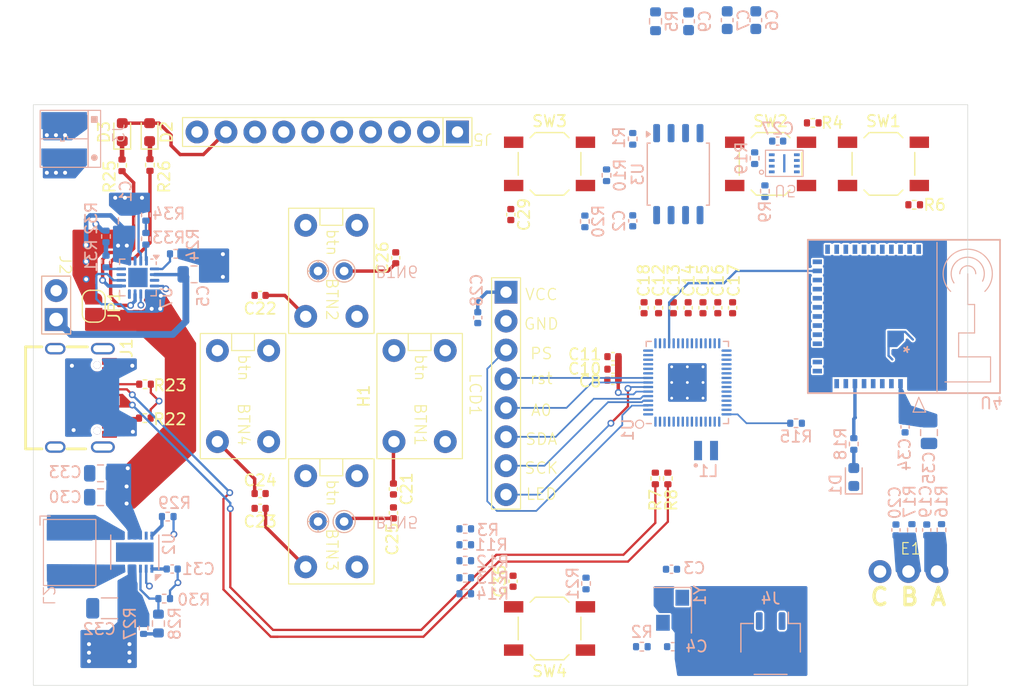
<source format=kicad_pcb>
(kicad_pcb (version 20240108) (generator "pcbnew") (generator_version "8.0")
  (title_block (title "VGC-0") (date "2025-08-17") (rev "REV1") (company "ChiliChip"))
  (layers (0 "F.Cu" signal) (1 "In1.Cu" signal) (2 "In2.Cu" signal) (31 "B.Cu" signal) (34 "B.Paste" user) (35 "F.Paste" user) (36 "B.SilkS" user "B.Silkscreen") (37 "F.SilkS" user "F.Silkscreen") (38 "B.Mask" user) (39 "F.Mask" user) (44 "Edge.Cuts" user))
  (net 0 "")
  (net 1 "GND")
  (net 2 "VBUS")
  (net 3 "/XIN")
  (net 4 "/XOUT")
  (net 5 "+3V3")
  (net 6 "+1V1")
  (net 7 "+BATT")
  (net 8 "/~{USB_BOOT}")
  (net 9 "ENC-A")
  (net 10 "ENC-B")
  (net 11 "BTN1")
  (net 12 "BTN2")
  (net 13 "/GPIO11")
  (net 14 "/GPIO10")
  (net 15 "/GPIO9")
  (net 16 "/GPIO8")
  (net 17 "BTN3")
  (net 18 "BTN4")
  (net 19 "BTN5")
  (net 20 "BTN6")
  (net 21 "BTN_ESC")
  (net 22 "VCC")
  (net 23 "Net-(D1-A)")
  (net 24 "/GPIO0")
  (net 25 "/GPIO29_ADC3")
  (net 26 "/GPIO28_ADC2")
  (net 27 "/GPIO27_ADC1")
  (net 28 "Net-(D2-K)")
  (net 29 "Net-(D3-K)")
  (net 30 "Net-(L2-Pad1)")
  (net 31 "Net-(L2-Pad2)")
  (net 32 "LCD_SDA")
  (net 33 "LCD_SCK")
  (net 34 "LCD_A0")
  (net 35 "LCD_LED")
  (net 36 "LCD_PUPPY_SELECT")
  (net 37 "LCD_RESET")
  (net 38 "Net-(U5-CE)")
  (net 39 "/RUN")
  (net 40 "/SWD")
  (net 41 "/SWCLK")
  (net 42 "/QSPI_SS")
  (net 43 "/QSPI_SD3")
  (net 44 "/QSPI_SCLK")
  (net 45 "/QSPI_SD0")
  (net 46 "/QSPI_SD2")
  (net 47 "/QSPI_SD1")
  (net 48 "/USB_D+")
  (net 49 "/USB_D-")
  (net 50 "Net-(C4-Pad1)")
  (net 51 "/VREG_LX")
  (net 52 "Net-(R4-Pad1)")
  (net 53 "/VREG_AVDD")
  (net 54 "Net-(U1-USB_DP)")
  (net 55 "Net-(U1-USB_DM)")
  (net 56 "/FLASH_SS")
  (net 57 "PUPPY_WIFI_EN")
  (net 58 "BTN_START")
  (net 59 "Net-(J1-CC2)")
  (net 60 "Net-(J1-CC1)")
  (net 61 "Net-(U7-TS)")
  (net 62 "Net-(U7-CHG)")
  (net 63 "Net-(U7-PGOOD)")
  (net 64 "Net-(R27-Pad2)")
  (net 65 "Net-(U2-FB)")
  (net 66 "Net-(U2-PGOOD)")
  (net 67 "Net-(U7-ILIM)")
  (net 68 "Net-(R31-Pad2)")
  (net 69 "Net-(R33-Pad2)")
  (net 70 "Net-(U7-ISET)")
  (net 71 "PUPPY_TX")
  (net 72 "PUPPY_WIFI_BOOT")
  (net 73 "PUPPY_RX")
  (net 74 "Audio")
  (net 75 "Net-(U2-VinA)")
  (footprint "Resistor_SMD:R_0402_1005Metric" (layer "F.Cu") (at 129.35 81.872103 90)
    (property "Reference" "R26")
    (property "Value" "5.1k")
  )
  (footprint "Capacitor_SMD:C_0402_1005Metric" (layer "F.Cu") (at 177.882544 94.407897 90)
    (property "Reference" "C15")
    (property "Value" "100n")
  )
  (footprint "Resistor_SMD:R_0402_1005Metric" (layer "F.Cu") (at 196.417456 85.362103)
    (property "Reference" "R6")
    (property "Value" "1k")
  )
  (footprint "Capacitor_SMD:C_0402_1005Metric" (layer "F.Cu") (at 175.282544 94.407897 90)
    (property "Reference" "C13")
    (property "Value" "100n")
  )
  (footprint "our-parts:2.54mm-10PIN" (layer "F.Cu") (at 143.637456 78.972103 -90)
    (property "Reference" "J5")
    (property "Value" "~")
  )
  (footprint "Capacitor_SMD:C_0402_1005Metric" (layer "F.Cu") (at 150.917456 90.022544 90)
    (property "Reference" "C26")
    (property "Value" "2.2u")
  )
  (footprint "Resistor_SMD:R_0402_1005Metric" (layer "F.Cu") (at 126.9 81.9 90)
    (property "Reference" "R25")
    (property "Value" "5.1k")
  )
  (footprint "our-parts:8x8-tht-button" (layer "F.Cu") (at 153.017456 102.164645 -90)
    (property "Reference" "BTN1")
    (property "Value" "~")
  )
  (footprint "Diode_SMD:D_0603_1608Metric" (layer "F.Cu") (at 129.317456 78.984603 90)
    (property "Reference" "D2")
    (property "Value" "LED")
  )
  (footprint "Capacitor_SMD:C_0402_1005Metric" (layer "F.Cu") (at 161.017456 86.222544 -90)
    (property "Reference" "C29")
    (property "Value" "2.2u")
  )
  (footprint "Capacitor_SMD:C_0402_1005Metric" (layer "F.Cu") (at 173.982544 94.407897 90)
    (property "Reference" "C12")
    (property "Value" "100n")
  )
  (footprint "Capacitor_SMD:C_0402_1005Metric" (layer "F.Cu") (at 139.017456 110.722544)
    (property "Reference" "C24")
    (property "Value" "2.2u")
  )
  (footprint "Resistor_SMD:R_0402_1005Metric" (layer "F.Cu") (at 128.917456 101.122544)
    (property "Reference" "R23")
    (property "Value" "5.1k")
  )
  (footprint "Capacitor_SMD:C_0402_1005Metric" (layer "F.Cu") (at 139.017456 93.322544 180)
    (property "Reference" "C22")
    (property "Value" "2.2u")
  )
  (footprint "Capacitor_SMD:C_0402_1005Metric" (layer "F.Cu") (at 161.217456 118.422544 90)
    (property "Reference" "C36")
    (property "Value" "2.2u")
  )
  (footprint "MountingHole:MountingHole_3mm" (layer "F.Cu") (at 145.017456 102.122544 -90)
    (property "Reference" "H1")
    (property "Value" "MountingHole-M3")
  )
  (footprint "Capacitor_SMD:C_0402_1005Metric" (layer "F.Cu") (at 150.717456 112.422544 90)
    (property "Reference" "C25")
    (property "Value" "2.2u")
  )
  (footprint "Capacitor_SMD:C_0402_1005Metric" (layer "F.Cu") (at 176.582544 94.407897 90)
    (property "Reference" "C14")
    (property "Value" "100n")
  )
  (footprint "Resistor_SMD:R_0402_1005Metric" (layer "F.Cu") (at 174.8 109.4 90)
    (property "Reference" "R8")
    (property "Value" "27")
  )
  (footprint "Capacitor_SMD:C_0402_1005Metric" (layer "F.Cu") (at 169.98 98.7 180)
    (property "Reference" "C11")
    (property "Value" "100n")
  )
  (footprint "our-parts:8x8-tht-button" (layer "F.Cu") (at 145.267456 91.164645 -90)
    (property "Reference" "BTN2")
    (property "Value" "~")
  )
  (footprint "Button_Switch_SMD:SW_SPST_TL3342" (layer "F.Cu") (at 183.817456 81.772103)
    (property "Reference" "SW2")
    (property "Value" "SW_Push")
  )
  (footprint "Button_Switch_SMD:SW_SPST_TL3342" (layer "F.Cu") (at 164.417456 81.772103)
    (property "Reference" "SW3")
    (property "Value" "SW_Push")
  )
  (footprint "Capacitor_SMD:C_0402_1005Metric" (layer "F.Cu") (at 139.017456 112.022544 180)
    (property "Reference" "C23")
    (property "Value" "2.2u")
  )
  (footprint "Diode_SMD:D_0603_1608Metric" (layer "F.Cu") (at 126.917456 78.984603 90)
    (property "Reference" "D3")
    (property "Value" "LED")
  )
  (footprint "Resistor_SMD:R_0402_1005Metric" (layer "F.Cu") (at 187.517456 78.172103)
    (property "Reference" "R4")
    (property "Value" "1k")
  )
  (footprint "Resistor_SMD:R_0402_1005Metric" (layer "F.Cu") (at 173.7 109.4 90)
    (property "Reference" "R7")
    (property "Value" "27")
  )
  (footprint "Capacitor_SMD:C_0402_1005Metric" (layer "F.Cu") (at 169.967456 100.772544 180)
    (property "Reference" "C8")
    (property "Value" "100n")
  )
  (footprint "our-parts:mouse-encoder" (layer "F.Cu") (at 195.917456 117.572103)
    (property "Reference" "E1")
    (property "Value" "~")
  )
  (footprint "Jumper:SolderJumper-2_P1.3mm_Open_RoundedPad1.0x1.5mm" (layer "F.Cu") (at 124.417456 94.272103 -90)
    (property "Reference" "JP1")
    (property "Value" "BYPASS_BATTERY")
  )
  (footprint "our-parts:8x8-tht-button" (layer "F.Cu") (at 145.267456 113.164645 -90)
    (property "Reference" "BTN3")
    (property "Value" "~")
  )
  (footprint "our-parts:USB-TYPE-C-SMD_C9900008089" (layer "F.Cu") (at 123.417456 102.322544 -90)
    (property "Reference" "J1")
    (property "Value" "USB-TYPE-C-017")
  )
  (footprint "our-parts:THT-SPI-LCD" (layer "F.Cu") (at 160.6 102 -90)
    (property "Reference" "LCD1")
    (property "Value" "~")
  )
  (footprint "Capacitor_SMD:C_0402_1005Metric" (layer "F.Cu") (at 169.98 99.8 180)
    (property "Reference" "C10")
    (property "Value" "4.7u")
  )
  (footprint "Capacitor_SMD:C_0402_1005Metric" (layer "F.Cu") (at 172.712544 94.407897 90)
    (property "Reference" "C18")
    (property "Value" "100n")
  )
  (footprint "Resistor_SMD:R_0402_1005Metric" (layer "F.Cu") (at 128.9 104.1)
    (property "Reference" "R22")
    (property "Value" "5.1k")
  )
  (footprint "our-parts:8x8-tht-button" (layer "F.Cu") (at 137.517456 102.164645 -90)
    (property "Reference" "BTN4")
    (property "Value" "~")
  )
  (footprint "Button_Switch_SMD:SW_SPST_TL3342" (layer "F.Cu") (at 164.417456 122.572103 180)
    (property "Reference" "SW4")
    (property "Value" "SW_Push")
  )
  (footprint "Button_Switch_SMD:SW_SPST_TL3342" (layer "F.Cu") (at 193.717456 81.772103)
    (property "Reference" "SW1")
    (property "Value" "SW_Push")
  )
  (footprint "Capacitor_SMD:C_0402_1005Metric" (layer "F.Cu") (at 180.482544 94.407897 90)
    (property "Reference" "C17")
    (property "Value" "100n")
  )
  (footprint "Capacitor_SMD:C_0402_1005Metric" (layer "F.Cu") (at 179.182544 94.407897 90)
    (property "Reference" "C16")
    (property "Value" "100n")
  )
  (footprint "Capacitor_SMD:C_0402_1005Metric" (layer "F.Cu") (at 150.717456 110.322544 -90)
    (property "Reference" "C21")
    (property "Value" "2.2u")
  )
  (footprint "our-parts:2.54mm-2PIN" (layer "F.Cu") (at 121.117456 94.172103 90)
    (property "Reference" "J2")
    (property "Value" "THT pins for BATTERY")
  )
  (footprint "Capacitor_SMD:C_0402_1005Metric" (layer "B.Cu") (at 171.717456 86.772103 -90)
    (property "Reference" "C2")
    (property "Value" "100n")
  )
  (footprint "Capacitor_SMD:C_0402_1005Metric" (layer "B.Cu") (at 175.217456 124.172103)
    (property "Reference" "C4")
    (property "Value" "15p")
  )
  (footprint "Resistor_SMD:R_0402_1005Metric" (layer "B.Cu") (at 196.217456 113.922544 -90)
    (property "Reference" "R17")
    (property "Value" "12k")
  )
  (footprint "Capacitor_SMD:C_0805_2012Metric" (layer "B.Cu") (at 197.717456 105.372103 -90)
    (property "Reference" "C35")
    (property "Value" "10u")
  )
  (footprint "Capacitor_SMD:C_0805_2012Metric" (layer "B.Cu") (at 125.009956 111.047105)
    (property "Reference" "C30")
    (property "Value" "10u")
  )
  (footprint "Resistor_SMD:R_0603_1608Metric" (layer "B.Cu") (at 130.0925 122.14 90)
    (property "Reference" "R28")
    (property "Value" "120kR")
  )
  (footprint "Resistor_SMD:R_0402_1005Metric" (layer "B.Cu") (at 157.017456 115.222544 180)
    (property "Reference" "R11")
    (property "Value" "10k")
  )
  (footprint "Capacitor_SMD:C_0402_1005Metric" (layer "B.Cu") (at 175.117456 117.372101 180)
    (property "Reference" "C3")
    (property "Value" "15p")
  )
  (footprint "Resistor_SMD:R_0402_1005Metric" (layer "B.Cu") (at 157.017456 119.522544 180)
    (property "Reference" "R14")
    (property "Value" "10k")
  )
  (footprint "Resistor_SMD:R_0402_1005Metric" (layer "B.Cu") (at 125.492456 90.347103 90)
    (property "Reference" "R31")
    (property "Value" "200R")
  )
  (footprint "Resistor_SMD:R_0402_1005Metric" (layer "B.Cu") (at 198.817456 113.922544 -90)
    (property "Reference" "R16")
    (property "Value" "12k")
  )
  (footprint "Capacitor_SMD:C_0805_2012Metric" (layer "B.Cu") (at 127.317456 86.772103 90)
    (property "Reference" "C1")
    (property "Value" "10u")
  )
  (footprint "Package_SO:SOIC-8_5.23x5.23mm_P1.27mm" (layer "B.Cu") (at 175.717456 82.672103 -90)
    (property "Reference" "U3")
    (property "Value" "W25Q128JVS")
  )
  (footprint "Resistor_SMD:R_0402_1005Metric" (layer "B.Cu") (at 172.517456 124.172103)
    (property "Reference" "R2")
    (property "Value" "1k")
  )
  (footprint "our-parts:SMD-inductor-4mm9_4mm9" (layer "B.Cu") (at 122.3 115.9 -90)
    (property "Reference" "L2")
    (property "Value" "2.2uH")
  )
  (footprint "Resistor_SMD:R_0402_1005Metric" (layer "B.Cu") (at 125.492456 88.147103 90)
    (property "Reference" "R32")
    (property "Value" "1k")
  )
  (footprint "our-parts:THT-button_2pin" (layer "B.Cu") (at 145.246144 91.185959)
    (property "Reference" "BTN6")
    (property "Value" "~")
  )
  (footprint "Capacitor_SMD:C_0603_1608Metric" (layer "B.Cu") (at 182.517456 69.147544 90)
    (property "Reference" "C6")
    (property "Value" "4.7u")
  )
  (footprint "Resistor_SMD:R_0402_1005Metric" (layer "B.Cu") (at 130.909956 112.747105 180)
    (property "Reference" "R29")
    (property "Value" "1MR")
  )
  (footprint "Resistor_SMD:R_0402_1005Metric" (layer "B.Cu") (at 171.717456 79.572103 90)
    (property "Reference" "R1")
    (property "Value" "10k")
  )
  (footprint "Resistor_SMD:R_0402_1005Metric" (layer "B.Cu") (at 167.517456 86.822544 90)
    (property "Reference" "R20")
    (property "Value" "10k")
  )
  (footprint "Capacitor_SMD:C_0805_2012Metric" (layer "B.Cu") (at 125.009956 108.947105)
    (property "Reference" "C33")
    (property "Value" "10u")
  )
  (footprint "Resistor_SMD:R_0402_1005Metric" (layer "B.Cu") (at 128.992456 88.347103 90)
    (property "Reference" "R33")
    (property "Value" "200R")
  )
  (footprint "Capacitor_SMD:C_0402_1005Metric" (layer "B.Cu") (at 197.517456 113.922544 90)
    (property "Reference" "C19")
    (property "Value" "2.2u")
  )
  (footprint "our-parts:SMD-solder-pad-2x" (layer "B.Cu") (at 121.817456 79.572103 -90)
    (property "Reference" "J3")
    (property "Value" "SMD pads for 3.3V")
  )
  (footprint "Diode_SMD:D_0603_1608Metric" (layer "B.Cu") (at 191.117456 109.272103 90)
    (property "Reference" "D1")
    (property "Value" "LED")
  )
  (footprint "Resistor_SMD:R_0402_1005Metric" (layer "B.Cu") (at 157.017456 118.122544 180)
    (property "Reference" "R13")
    (property "Value" "10k")
  )
  (footprint "Resistor_SMD:R_0402_1005Metric" (layer "B.Cu") (at 169.417456 82.772103 90)
    (property "Reference" "R10")
    (property "Value" "0")
  )
  (footprint "Resistor_SMD:R_0402_1005Metric" (layer "B.Cu") (at 182.417456 81.272103 -90)
    (property "Reference" "R19")
    (property "Value" "10k")
  )
  (footprint "Resistor_SMD:R_0402_1005Metric" (layer "B.Cu") (at 167.617456 118.622544 -90)
    (property "Reference" "R21")
    (property "Value" "10k")
  )
  (footprint "Capacitor_SMD:C_0603_1608Metric" (layer "B.Cu") (at 180.007456 69.147544 90)
    (property "Reference" "C7")
    (property "Value" "4.7u")
  )
  (footprint "Capacitor_SMD:C_0402_1005Metric" (layer "B.Cu") (at 131.3 117.35 180)
    (property "Reference" "C31")
    (property "Value" "100n")
  )
  (footprint "Capacitor_SMD:C_0402_1005Metric" (layer "B.Cu") (at 194.817456 113.922544 90)
    (property "Reference" "C20")
    (property "Value" "2.2u")
  )
  (footprint "Capacitor_SMD:C_0805_2012Metric" (layer "B.Cu") (at 133.217456 91.472103)
    (property "Reference" "C5")
    (property "Value" "10u")
  )
  (footprint "Resistor_SMD:R_0402_1005Metric" (layer "B.Cu") (at 130.6 119.95)
    (property "Reference" "R30")
    (property "Value" "200kR")
  )
  (footprint "our-parts:THT-button_2pin" (layer "B.Cu") (at 145.246142 113.185959)
    (property "Reference" "BTN5")
    (property "Value" "~")
  )
  (footprint "Capacitor_SMD:C_0603_1608Metric" (layer "B.Cu") (at 176.617456 69.247544 90)
    (property "Reference" "C9")
    (property "Value" "4.7u")
  )
  (footprint "Resistor_SMD:R_0402_1005Metric" (layer "B.Cu") (at 131.617456 89.672103)
    (property "Reference" "R24")
    (property "Value" "10k")
  )
  (footprint "Resistor_SMD:R_0603_1608Metric" (layer "B.Cu") (at 173.717456 69.247544 90)
    (property "Reference" "R5")
    (property "Value" "33")
  )
  (footprint "RP2350_60QFN_minimal:RP2350-QFN-60-1EP_7x7_P0.4mm_EP3.4x3.4mm_ThermalVias" (layer "B.Cu") (at 176.510149 100.969998)
    (property "Reference" "U1")
    (property "Value" "RP2350_60QFN")
  )
  (footprint "Connector_JST:JST_SH_SM03B-SRSS-TB_1x03-1MP_P1.00mm_Horizontal" (layer "B.Cu") (at 183.817456 123.922544 180)
    (property "Reference" "J4")
    (property "Value" "SM03B-SRSS-TB")
  )
  (footprint "our-parts:ESP8684-MINI-1" (layer "B.Cu") (at 195.517456 95.172102 90)
    (property "Reference" "U4")
    (property "Value" "ESP8684-MINI-1")
  )
  (footprint "RP2350_60QFN_minimal:L_pol_2016" (layer "B.Cu") (at 178.15 106.95)
    (property "Reference" "L1")
    (property "Value" "3.3u")
  )
  (footprint "Resistor_SMD:R_0402_1005Metric" (layer "B.Cu") (at 157.017456 113.822544 180)
    (property "Reference" "R3")
    (property "Value" "10k")
  )
  (footprint "Capacitor_SMD:C_1206_3216Metric" (layer "B.Cu") (at 125.8 120.8 180)
    (property "Reference" "C32")
    (property "Value" "100uF")
  )
  (footprint "Resistor_SMD:R_0402_1005Metric" (layer "B.Cu") (at 186.05 104.55)
    (property "Reference" "R15")
    (property "Value" "10k")
  )
  (footprint "Capacitor_SMD:C_0402_1005Metric" (layer "B.Cu") (at 158.117456 95.272103 90)
    (property "Reference" "C28")
    (property "Value" "100n")
  )
  (footprint "Resistor_SMD:R_0402_1005Metric" (layer "B.Cu") (at 183.317456 84.172103 90)
    (property "Reference" "R9")
    (property "Value" "0")
  )
  (footprint "Resistor_SMD:R_0402_1005Metric" (layer "B.Cu") (at 191.117456 106.372103 -90)
    (property "Reference" "R18")
    (property "Value" "2.2k")
  )
  (footprint "our-parts:USON-8" (layer "B.Cu") (at 185.017456 81.722103)
    (property "Reference" "U5")
    (property "Value" "APS1604M-3SQR-ZR")
  )
  (footprint "Crystal:Crystal_SMD_3225-4Pin_3.2x2.5mm" (layer "B.Cu") (at 175.217456 120.972103 -90)
    (property "Reference" "Y1")
    (property "Value" "ABM8-272-T3")
  )
  (footprint "Resistor_SMD:R_0402_1005Metric" (layer "B.Cu") (at 128.7925 122.54 -90)
    (property "Reference" "R27")
    (property "Value" "1MR")
  )
  (footprint "Package_DFN_QFN:QFN-16-1EP_3x3mm_P0.5mm_EP1.7x1.7mm" (layer "B.Cu") (at 128.292456 91.747103 180)
    (property "Reference" "U7")
    (property "Value" "BQ24073RGTR")
  )
  (footprint "Package_DFN_QFN:DFN-14-1EP_3x4mm_P0.5mm_EP1.7x3.3mm" (layer "B.Cu") (at 128.017456 115.872103 90)
    (property "Reference" "U2")
    (property "Value" "RT6154A")
  )
  (footprint "Capacitor_SMD:C_0402_1005Metric" (layer "B.Cu") (at 195.617456 104.872103 -90)
    (property "Reference" "C34")
    (property "Value" "100n")
  )
  (footprint "Resistor_SMD:R_0402_1005Metric" (layer "B.Cu") (at 157.017456 116.622544 180)
    (property "Reference" "R12")
    (property "Value" "10k")
  )
  (footprint "Resistor_SMD:R_0402_1005Metric" (layer "B.Cu") (at 128.992456 86.247103 90)
    (property "Reference" "R34")
    (property "Value" "1k")
  )
  (footprint "Capacitor_SMD:C_0402_1005Metric" (layer "B.Cu") (at 184.437456 79.772103)
    (property "Reference" "C27")
    (property "Value" "100n")
  )
  (gr_rect (start 119.117456 76.572103) (end 201.117456 127.572103) (stroke (width 0.05)) (fill none) (layer "Edge.Cuts"))
  (segment (start 194.5 98.95) (end 194.167456 98.617456) (width 0.2) (layer "B.Cu") (net 0))
  (segment (start 194.167456 96.522102) (end 195.622102 96.522102) (width 0.2) (layer "B.Cu") (net 0))
  (segment (start 195.622102 96.522102) (end 196.3 97.2) (width 0.2) (layer "B.Cu") (net 0))
  (segment (start 194.167456 98.617456) (end 194.167456 96.522102) (width 0.2) (layer "B.Cu") (net 0))
  (segment (start 130.15 102.6) (end 129.427456 101.877456) (width 0.2) (layer "F.Cu") (net 1))
  (segment (start 129.41 103.34) (end 129.41 104.1) (width 0.2) (layer "F.Cu") (net 1))
  (segment (start 130.15 102.6) (end 129.41 103.34) (width 0.2) (layer "F.Cu") (net 1))
  (segment (start 129.427456 101.877456) (end 129.427456 101.122544) (width 0.2) (layer "F.Cu") (net 1))
  (via (at 129.3 118.85) (size 0.6) (drill 0.35) (layers "F.Cu" "B.Cu") (net 1))
  (via (at 120.3 82.55) (size 0.6) (drill 0.35) (layers "F.Cu" "B.Cu") (net 1))
  (via (at 121.1 82.55) (size 0.6) (drill 0.35) (layers "F.Cu" "B.Cu") (net 1))
  (via (at 135.75 89.7) (size 0.6) (drill 0.35) (layers "F.Cu" "B.Cu") (net 1))
  (via (at 130.74113 92.743446) (size 0.6) (drill 0.35) (layers "F.Cu" "B.Cu") (net 1))
  (via (at 124.6 87.05) (size 0.6) (drill 0.35) (layers "F.Cu" "B.Cu") (net 1))
  (via (at 128.65 84.75) (size 0.6) (drill 0.35) (layers "F.Cu" "B.Cu") (net 1))
  (via (at 128.550843 94.172103) (size 0.6) (drill 0.35) (layers "F.Cu" "B.Cu") (net 1))
  (via (at 127.15 84.75) (size 0.6) (drill 0.35) (layers "F.Cu" "B.Cu") (net 1))
  (via (at 130.15 102.6) (size 0.6) (drill 0.35) (layers "F.Cu" "B.Cu") (net 1))
  (via (at 126.3 84.75) (size 0.6) (drill 0.35) (layers "F.Cu" "B.Cu") (net 1))
  (via (at 121.9 82.55) (size 0.6) (drill 0.35) (layers "F.Cu" "B.Cu") (net 1))
  (via (at 131.8 118.55) (size 0.6) (drill 0.35) (layers "F.Cu" "B.Cu") (net 1))
  (via (at 135.75 91.7) (size 0.6) (drill 0.35) (layers "F.Cu" "B.Cu") (net 1))
  (segment (start 131.78 117.35) (end 131.78 118.53) (width 0.2) (layer "B.Cu") (net 1))
  (segment (start 125.492456 87.637103) (end 125.187103 87.637103) (width 0.4) (layer "B.Cu") (net 1))
  (segment (start 127.317456 85.822103) (end 126.922103 85.822103) (width 0.4) (layer "B.Cu") (net 1))
  (segment (start 128.907456 85.822103) (end 128.992456 85.737103) (width 0.4) (layer "B.Cu") (net 1))
  (segment (start 131.78 118.53) (end 131.8 118.55) (width 0.2) (layer "B.Cu") (net 1))
  (segment (start 128.542456 89.642456) (end 128.35 89.45) (width 0.2) (layer "B.Cu") (net 1))
  (segment (start 128.35 89.45) (end 128.35 85.05) (width 0.2) (layer "B.Cu") (net 1))
  (segment (start 130.494787 92.497103) (end 129.754956 92.497103) (width 0.2) (layer "B.Cu") (net 1))
  (segment (start 128.542456 90.284603) (end 128.542456 89.642456) (width 0.2) (layer "B.Cu") (net 1))
  (segment (start 130.74113 92.743446) (end 130.494787 92.497103) (width 0.2) (layer "B.Cu") (net 1))
  (segment (start 128.542456 93.209603) (end 128.542456 94.163716) (width 0.2) (layer "B.Cu") (net 1))
  (segment (start 129.017456 117.322103) (end 129.017456 118.567456) (width 0.2) (layer "B.Cu") (net 1))
  (segment (start 128.35 85.05) (end 128.65 84.75) (width 0.2) (layer "B.Cu") (net 1))
  (segment (start 129.017456 118.567456) (end 129.3 118.85) (width 0.2) (layer "B.Cu") (net 1))
  (segment (start 125.187103 87.637103) (end 124.6 87.05) (width 0.4) (layer "B.Cu") (net 1))
  (segment (start 131.11 119.24) (end 131.8 118.55) (width 0.2) (layer "B.Cu") (net 1))
  (segment (start 131.11 119.95) (end 131.11 119.24) (width 0.2) (layer "B.Cu") (net 1))
  (segment (start 128.542456 94.163716) (end 128.550843 94.172103) (width 0.2) (layer "B.Cu") (net 1))
  (segment (start 124.417456 93.622103) (end 124.1 93.304647) (width 0.4) (layer "F.Cu") (net 2))
  (segment (start 123.95 100.75) (end 123.95 103.9) (width 0.2) (layer "F.Cu") (net 2))
  (segment (start 124.592456 100.107544) (end 123.95 100.75) (width 0.2) (layer "F.Cu") (net 2))
  (segment (start 127.377456 99.922544) (end 127.8 99.5) (width 0.3) (layer "F.Cu") (net 2))
  (segment (start 125.797456 99.922544) (end 127.377456 99.922544) (width 0.3) (layer "F.Cu") (net 2))
  (segment (start 123.95 103.9) (end 124.587544 104.537544) (width 0.2) (layer "F.Cu") (net 2))
  (segment (start 125.612456 100.107544) (end 124.592456 100.107544) (width 0.2) (layer "F.Cu") (net 2))
  (segment (start 127.272544 104.722544) (end 127.85 105.3) (width 0.3) (layer "F.Cu") (net 2))
  (segment (start 124.587544 104.537544) (end 124.99705 104.537544) (width 0.2) (layer "F.Cu") (net 2))
  (segment (start 125.18205 104.722544) (end 125.797456 104.722544) (width 0.2) (layer "F.Cu") (net 2))
  (segment (start 125.797456 104.722544) (end 127.272544 104.722544) (width 0.3) (layer "F.Cu") (net 2))
  (segment (start 124.99705 104.537544) (end 125.18205 104.722544) (width 0.2) (layer "F.Cu") (net 2))
  (segment (start 125.797456 99.922544) (end 125.612456 100.107544) (width 0.2) (layer "F.Cu") (net 2))
  (via (at 123.75 90.35) (size 0.6) (drill 0.35) (layers "F.Cu" "B.Cu") (net 2))
  (via (at 127.317456 88.95) (size 0.6) (drill 0.35) (layers "F.Cu" "B.Cu") (net 2))
  (via (at 122.65 105.15) (size 0.6) (drill 0.35) (layers "F.Cu" "B.Cu") (net 2))
  (via (at 127.8 99.5) (size 0.6) (drill 0.35) (layers "F.Cu" "B.Cu") (net 2))
  (via (at 122.5 99.5) (size 0.6) (drill 0.35) (layers "F.Cu" "B.Cu") (net 2))
  (via (at 123.75 91.9) (size 0.6) (drill 0.35) (layers "F.Cu" "B.Cu") (net 2))
  (via (at 127.85 105.3) (size 0.6) (drill 0.35) (layers "F.Cu" "B.Cu") (net 2))
  (via (at 126.55 88.95) (size 0.6) (drill 0.35) (layers "F.Cu" "B.Cu") (net 2))
  (via (at 123.75 88.9) (size 0.6) (drill 0.35) (layers "F.Cu" "B.Cu") (net 2))
  (segment (start 127.317456 87.722103) (end 127.317456 88.95) (width 0.4) (layer "B.Cu") (net 2))
  (segment (start 127.317456 88.95) (end 127.317456 90.059603) (width 0.4) (layer "B.Cu") (net 2))
  (segment (start 124.1 86.3) (end 125.895353 86.3) (width 0.4) (layer "B.Cu") (net 2))
  (segment (start 127.317456 90.059603) (end 127.542456 90.284603) (width 0.3) (layer "B.Cu") (net 2))
  (segment (start 123.75 88.9) (end 123.75 86.65) (width 0.4) (layer "B.Cu") (net 2))
  (segment (start 123.75 86.65) (end 124.1 86.3) (width 0.4) (layer "B.Cu") (net 2))
  (segment (start 127.8 105.25) (end 127.85 105.3) (width 0.3) (layer "B.Cu") (net 2))
  (segment (start 125.895353 86.3) (end 127.317456 87.722103) (width 0.4) (layer "B.Cu") (net 2))
  (via (at 121.9 79.25) (size 0.6) (drill 0.35) (layers "F.Cu" "B.Cu") (net 5))
  (via (at 124 123.95) (size 0.6) (drill 0.35) (layers "F.Cu" "B.Cu") (net 5))
  (via (at 127.55 123.95) (size 0.6) (drill 0.35) (layers "F.Cu" "B.Cu") (net 5))
  (via (at 124 125.45) (size 0.6) (drill 0.35) (layers "F.Cu" "B.Cu") (net 5))
  (via (at 131.45 114.3) (size 0.6) (drill 0.35) (layers "F.Cu" "B.Cu") (net 5))
  (via (at 127.55 124.7) (size 0.6) (drill 0.35) (layers "F.Cu" "B.Cu") (net 5))
  (via (at 127.55 125.45) (size 0.6) (drill 0.35) (layers "F.Cu" "B.Cu") (net 5))
  (via (at 121.1 79.25) (size 0.6) (drill 0.35) (layers "F.Cu" "B.Cu") (net 5))
  (via (at 120.3 79.25) (size 0.6) (drill 0.35) (layers "F.Cu" "B.Cu") (net 5))
  (via (at 124 124.7) (size 0.6) (drill 0.35) (layers "F.Cu" "B.Cu") (net 5))
  (segment (start 158.117456 93.832544) (end 158.91 93.04) (width 0.3) (layer "B.Cu") (net 5))
  (segment (start 181.7 104.55) (end 180.919998 103.769998) (width 0.15) (layer "B.Cu") (net 5))
  (segment (start 195.217456 103.992103) (end 195.217456 101.0721) (width 0.3) (layer "B.Cu") (net 5))
  (segment (start 185.54 104.55) (end 181.7 104.55) (width 0.15) (layer "B.Cu") (net 5))
  (segment (start 158.91 93.04) (end 160.6 93.04) (width 0.3) (layer "B.Cu") (net 5))
  (segment (start 121.817456 77.972103) (end 121.577897 77.972103) (width 0.2) (layer "B.Cu") (net 5))
  (segment (start 131.419956 112.747105) (end 131.419956 114.269956) (width 0.2) (layer "B.Cu") (net 5))
  (segment (start 197.717456 104.422103) (end 195.647456 104.422103) (width 0.3) (layer "B.Cu") (net 5))
  (segment (start 195.647456 104.422103) (end 195.617456 104.392103) (width 0.3) (layer "B.Cu") (net 5))
  (segment (start 158.117456 94.792103) (end 158.117456 93.832544) (width 0.3) (layer "B.Cu") (net 5))
  (segment (start 195.617456 104.392103) (end 195.217456 103.992103) (width 0.3) (layer "B.Cu") (net 5))
  (segment (start 180.919998 103.769998) (end 179.947649 103.769998) (width 0.15) (layer "B.Cu") (net 5))
  (segment (start 131.419956 114.269956) (end 131.45 114.3) (width 0.2) (layer "B.Cu") (net 5))
  (segment (start 170.46 98.7) (end 170.46 100.76) (width 0.6) (layer "F.Cu") (net 6))
  (segment (start 170.45 100.775088) (end 170.447456 100.772544) (width 0.15) (layer "F.Cu") (net 6))
  (segment (start 170.447456 100.772544) (end 170.447456 101.847456) (width 0.3) (layer "F.Cu") (net 6))
  (segment (start 170.447456 101.847456) (end 170.45 101.85) (width 0.15) (layer "F.Cu") (net 6))
  (via (at 170.45 101.85) (size 0.6) (drill 0.35) (layers "F.Cu" "B.Cu") (net 6))
  (segment (start 171.85 101.95) (end 171.780002 102.019998) (width 0.15) (layer "B.Cu") (net 6))
  (segment (start 173.072649 101.769998) (end 172.030002 101.769998) (width 0.15) (layer "B.Cu") (net 6))
  (segment (start 172.030002 101.769998) (end 171.85 101.95) (width 0.15) (layer "B.Cu") (net 6))
  (segment (start 170.619998 102.019998) (end 170.45 101.85) (width 0.15) (layer "B.Cu") (net 6))
  (segment (start 171.780002 102.019998) (end 170.619998 102.019998) (width 0.15) (layer "B.Cu") (net 6))
  (segment (start 132.5 95.6) (end 131.35 96.75) (width 0.6) (layer "B.Cu") (net 7))
  (segment (start 132.242456 91.497103) (end 132.267456 91.472103) (width 0.2) (layer "B.Cu") (net 7))
  (segment (start 131.35 96.75) (end 122.425353 96.75) (width 0.6) (layer "B.Cu") (net 7))
  (segment (start 132.267456 91.472103) (end 132.5 91.704647) (width 0.6) (layer "B.Cu") (net 7))
  (segment (start 129.754956 91.497103) (end 132.242456 91.497103) (width 0.3) (layer "B.Cu") (net 7))
  (segment (start 122.425353 96.75) (end 121.117456 95.442103) (width 0.6) (layer "B.Cu") (net 7))
  (segment (start 132.5 91.704647) (end 132.5 95.6) (width 0.6) (layer "B.Cu") (net 7))
  (segment (start 197.517456 114.402544) (end 197.517456 116.672103) (width 0.3) (layer "B.Cu") (net 9))
  (segment (start 197.547456 114.432544) (end 197.517456 114.402544) (width 0.3) (layer "B.Cu") (net 9))
  (segment (start 197.517456 116.672103) (end 198.417456 117.572103) (width 0.3) (layer "B.Cu") (net 9))
  (segment (start 198.817456 114.432544) (end 197.547456 114.432544) (width 0.3) (layer "B.Cu") (net 9))
  (segment (start 196.217456 117.272103) (end 195.917456 117.572103) (width 0.3) (layer "B.Cu") (net 10))
  (segment (start 194.817456 114.402544) (end 196.187456 114.402544) (width 0.3) (layer "B.Cu") (net 10))
  (segment (start 196.187456 114.402544) (end 196.217456 114.432544) (width 0.3) (layer "B.Cu") (net 10))
  (segment (start 196.217456 114.432544) (end 196.217456 117.272103) (width 0.3) (layer "B.Cu") (net 10))
  (segment (start 150.717456 109.842544) (end 150.717456 106.214645) (width 0.3) (layer "F.Cu") (net 11))
  (segment (start 150.717456 106.214645) (end 150.767456 106.164645) (width 0.3) (layer "F.Cu") (net 11))
  (segment (start 139.497456 93.322544) (end 141.175355 93.322544) (width 0.3) (layer "F.Cu") (net 12))
  (segment (start 141.175355 93.322544) (end 143.017456 95.164645) (width 0.3) (layer "F.Cu") (net 12))
  (segment (start 139.497456 112.022544) (end 139.497456 113.644645) (width 0.3) (layer "F.Cu") (net 17))
  (segment (start 139.497456 113.644645) (end 143.017456 117.164645) (width 0.3) (layer "F.Cu") (net 17))
  (segment (start 138.537456 109.434645) (end 135.267456 106.164645) (width 0.3) (layer "F.Cu") (net 18))
  (segment (start 138.537456 110.722544) (end 138.537456 109.434645) (width 0.3) (layer "F.Cu") (net 18))
  (segment (start 146.672557 112.902544) (end 146.389142 113.185959) (width 0.3) (layer "F.Cu") (net 19))
  (segment (start 150.717456 112.902544) (end 146.672557 112.902544) (width 0.3) (layer "F.Cu") (net 19))
  (segment (start 150.234041 91.185959) (end 150.917456 90.502544) (width 0.3) (layer "F.Cu") (net 20))
  (segment (start 146.389144 91.185959) (end 150.234041 91.185959) (width 0.3) (layer "F.Cu") (net 20))
  (segment (start 129.5 94.5) (end 129.5 94.75) (width 0.6) (layer "F.Cu") (net 22))
  (segment (start 130.147103 78.197103) (end 131.2 79.25) (width 0.3) (layer "F.Cu") (net 22))
  (segment (start 132 80.95) (end 134.039559 80.95) (width 0.3) (layer "F.Cu") (net 22))
  (segment (start 130.25 94.5) (end 129.5 94.5) (width 0.6) (layer "F.Cu") (net 22))
  (segment (start 129.5 94.75) (end 129.327897 94.922103) (width 0.6) (layer "F.Cu") (net 22))
  (segment (start 131.2 80.15) (end 132 80.95) (width 0.3) (layer "F.Cu") (net 22))
  (segment (start 128.527897 94.922103) (end 131.9 98.294206) (width 0.6) (layer "F.Cu") (net 22))
  (segment (start 129.327897 94.922103) (end 128.527897 94.922103) (width 0.6) (layer "F.Cu") (net 22))
  (segment (start 131.2 79.25) (end 131.2 80.15) (width 0.3) (layer "F.Cu") (net 22))
  (segment (start 129.317456 78.197103) (end 130.147103 78.197103) (width 0.3) (layer "F.Cu") (net 22))
  (segment (start 131.9 99.6) (end 131.9 104) (width 0.6) (layer "F.Cu") (net 22))
  (segment (start 134.039559 80.95) (end 136.017456 78.972103) (width 0.3) (layer "F.Cu") (net 22))
  (segment (start 131.9 104) (end 127.4 108.5) (width 0.6) (layer "F.Cu") (net 22))
  (segment (start 124.417456 94.922103) (end 128.527897 94.922103) (width 0.6) (layer "F.Cu") (net 22))
  (segment (start 131.9 98.294206) (end 131.9 99.6) (width 0.6) (layer "F.Cu") (net 22))
  (segment (start 126.917456 78.197103) (end 129.317456 78.197103) (width 0.3) (layer "F.Cu") (net 22))
  (via (at 127.4 108.5) (size 0.6) (drill 0.35) (layers "F.Cu" "B.Cu") (net 22))
  (via (at 129.5 94.5) (size 0.6) (drill 0.35) (layers "F.Cu" "B.Cu") (net 22))
  (via (at 127.3 110.1) (size 0.6) (drill 0.35) (layers "F.Cu" "B.Cu") (net 22))
  (via (at 130.3 93.35) (size 0.6) (drill 0.35) (layers "F.Cu" "B.Cu") (net 22))
  (via (at 130.25 94.5) (size 0.6) (drill 0.35) (layers "F.Cu" "B.Cu") (net 22))
  (via (at 127.3 111.6) (size 0.6) (drill 0.35) (layers "F.Cu" "B.Cu") (net 22))
  (segment (start 125.107897 94.1) (end 124.643348 93.635451) (width 0.2) (layer "B.Cu") (net 22))
  (segment (start 124.756652 91.443348) (end 125.593348 91.443348) (width 0.2) (layer "B.Cu") (net 22))
  (segment (start 125.959956 108.947105) (end 125.959956 111.047105) (width 0.3) (layer "B.Cu") (net 22))
  (segment (start 125.593348 91.443348) (end 126.147103 91.997103) (width 0.2) (layer "B.Cu") (net 22))
  (segment (start 127.422182 94.75) (end 126.772182 94.1) (width 0.2) (layer "B.Cu") (net 22))
  (segment (start 130.25 94.5) (end 130 94.75) (width 0.2) (layer "B.Cu") (net 22))
  (segment (start 126.772182 94.1) (end 125.107897 94.1) (width 0.2) (layer "B.Cu") (net 22))
  (segment (start 130 94.75) (end 127.422182 94.75) (width 0.2) (layer "B.Cu") (net 22))
  (segment (start 124.643348 91.556652) (end 124.756652 91.443348) (width 0.2) (layer "B.Cu") (net 22))
  (segment (start 126.147103 91.997103) (end 126.829956 91.997103) (width 0.2) (layer "B.Cu") (net 22))
  (segment (start 124.643348 93.635451) (end 124.643348 91.556652) (width 0.2) (layer "B.Cu") (net 22))
  (segment (start 191.117456 106.882103) (end 191.117456 108.484603) (width 0.3) (layer "B.Cu") (net 23))
  (segment (start 129.35 79.804647) (end 129.317456 79.772103) (width 0.4) (layer "F.Cu") (net 28))
  (segment (start 129.35 81.362103) (end 129.35 79.804647) (width 0.4) (layer "F.Cu") (net 28))
  (segment (start 126.9 79.789559) (end 126.917456 79.772103) (width 0.4) (layer "F.Cu") (net 29))
  (segment (start 126.9 81.39) (end 126.9 79.789559) (width 0.4) (layer "F.Cu") (net 29))
  (segment (start 122.622103 114.422103) (end 122.3 114.1) (width 0.3) (layer "B.Cu") (net 30))
  (segment (start 168.3 102.4) (end 172.390589 102.4) (width 0.15) (layer "B.Cu") (net 32))
  (segment (start 160.6 105.74) (end 164.96 105.74) (width 0.15) (layer "B.Cu") (net 32))
  (segment (start 172.620591 102.169998) (end 173.072649 102.169998) (width 0.15) (layer "B.Cu") (net 32))
  (segment (start 164.96 105.74) (end 168.3 102.4) (width 0.15) (layer "B.Cu") (net 32))
  (segment (start 172.390589 102.4) (end 172.620591 102.169998) (width 0.15) (layer "B.Cu") (net 32))
  (segment (start 172.514853 102.7) (end 172.644855 102.569998) (width 0.15) (layer "B.Cu") (net 33))
  (segment (start 163.97 108.28) (end 169.55 102.7) (width 0.15) (layer "B.Cu") (net 33))
  (segment (start 172.644855 102.569998) (end 173.072649 102.569998) (width 0.15) (layer "B.Cu") (net 33))
  (segment (start 160.6 108.28) (end 163.97 108.28) (width 0.15) (layer "B.Cu") (net 33))
  (segment (start 169.55 102.7) (end 172.514853 102.7) (width 0.15) (layer "B.Cu") (net 33))
  (segment (start 165.9 103.2) (end 168.130002 100.969998) (width 0.15) (layer "B.Cu") (net 34))
  (segment (start 168.130002 100.969998) (end 173.072649 100.969998) (width 0.15) (layer "B.Cu") (net 34))
  (segment (start 160.6 103.2) (end 165.9 103.2) (width 0.15) (layer "B.Cu") (net 34))
  (segment (start 169.8 104.55) (end 171.3 103.05) (width 0.2) (layer "F.Cu") (net 35))
  (segment (start 171.3 103.05) (end 171.3 101.494998) (width 0.2) (layer "F.Cu") (net 35))
  (via (at 169.8 104.55) (size 0.6) (drill 0.35) (layers "F.Cu" "B.Cu") (net 35))
  (via (at 171.3 101.494998) (size 0.6) (drill 0.35) (layers "F.Cu" "B.Cu") (net 35))
  (segment (start 171.330002 101.369998) (end 173.072649 101.369998) (width 0.15) (layer "B.Cu") (net 35))
  (segment (start 163.53 110.82) (end 160.6 110.82) (width 0.15) (layer "B.Cu") (net 35))
  (segment (start 169.8 104.55) (end 163.53 110.82) (width 0.15) (layer "B.Cu") (net 35))
  (segment (start 171.3 101.4) (end 171.330002 101.369998) (width 0.15) (layer "B.Cu") (net 35))
  (segment (start 171.3 101.494998) (end 171.3 101.4) (width 0.15) (layer "B.Cu") (net 35))
  (segment (start 159.8 112.25) (end 163.25 112.25) (width 0.15) (layer "B.Cu") (net 36))
  (segment (start 158.95 99.77) (end 158.95 111.4) (width 0.15) (layer "B.Cu") (net 36))
  (segment (start 170.8 104.7) (end 170.8 103.85) (width 0.15) (layer "B.Cu") (net 36))
  (segment (start 171.65 103) (end 173.042647 103) (width 0.15) (layer "B.Cu") (net 36))
  (segment (start 160.6 98.12) (end 158.95 99.77) (width 0.15) (layer "B.Cu") (net 36))
  (segment (start 163.25 112.25) (end 170.8 104.7) (width 0.15) (layer "B.Cu") (net 36))
  (segment (start 158.95 111.4) (end 159.8 112.25) (width 0.15) (layer "B.Cu") (net 36))
  (segment (start 173.042647 103) (end 173.072649 102.969998) (width 0.15) (layer "B.Cu") (net 36))
  (segment (start 170.8 103.85) (end 171.65 103) (width 0.15) (layer "B.Cu") (net 36))
  (segment (start 160.6 100.66) (end 160.690002 100.569998) (width 0.15) (layer "B.Cu") (net 37))
  (segment (start 160.690002 100.569998) (end 173.072649 100.569998) (width 0.15) (layer "B.Cu") (net 37))
  (segment (start 136.4 112.05) (end 136.4 118.95) (width 0.2) (layer "F.Cu") (net 48))
  (segment (start 126.922544 102.072544) (end 125.797456 102.072544) (width 0.2) (layer "F.Cu") (net 48))
  (segment (start 140.15 122.7) (end 153.15 122.7) (width 0.2) (layer "F.Cu") (net 48))
  (segment (start 136.4 118.95) (end 140.15 122.7) (width 0.2) (layer "F.Cu") (net 48))
  (segment (start 173.7 113.3) (end 173.7 109.91) (width 0.2) (layer "F.Cu") (net 48))
  (segment (start 170.9 116.1) (end 173.7 113.3) (width 0.2) (layer "F.Cu") (net 48))
  (segment (start 125.797456 103.072544) (end 127.677456 103.072544) (width 0.2) (layer "F.Cu") (net 48))
  (segment (start 159.75 116.1) (end 170.9 116.1) (width 0.2) (layer "F.Cu") (net 48))
  (segment (start 127.677456 103.072544) (end 127.8 102.95) (width 0.2) (layer "F.Cu") (net 48))
  (segment (start 153.15 122.7) (end 159.75 116.1) (width 0.2) (layer "F.Cu") (net 48))
  (segment (start 127.8 102.95) (end 126.922544 102.072544) (width 0.2) (layer "F.Cu") (net 48))
  (via (at 127.8 102.95) (size 0.6) (drill 0.35) (layers "F.Cu" "B.Cu") (net 48))
  (via (at 136.4 112.05) (size 0.6) (drill 0.35) (layers "F.Cu" "B.Cu") (net 48))
  (segment (start 136.4 111.55) (end 127.8 102.95) (width 0.2) (layer "B.Cu") (net 48))
  (segment (start 136.4 112.05) (end 136.4 111.55) (width 0.2) (layer "B.Cu") (net 48))
  (segment (start 124.4 102.3) (end 124.672544 102.572544) (width 0.2) (layer "F.Cu") (net 49))
  (segment (start 124.672544 102.572544) (end 125.797456 102.572544) (width 0.2) (layer "F.Cu") (net 49))
  (segment (start 125.797456 101.572544) (end 124.627456 101.572544) (width 0.2) (layer "F.Cu") (net 49))
  (segment (start 135.8 119.15) (end 139.95 123.3) (width 0.2) (layer "F.Cu") (net 49))
  (segment (start 124.4 101.8) (end 124.4 102.3) (width 0.2) (layer "F.Cu") (net 49))
  (segment (start 171.3 116.7) (end 174.8 113.2) (width 0.2) (layer "F.Cu") (net 49))
  (segment (start 174.8 113.2) (end 174.8 109.91) (width 0.2) (layer "F.Cu") (net 49))
  (segment (start 139.95 123.3) (end 140.55 123.3) (width 0.2) (layer "F.Cu") (net 49))
  (segment (start 140.55 123.3) (end 153.35 123.3) (width 0.2) (layer "F.Cu") (net 49))
  (segment (start 135.8 111.2) (end 135.8 119.15) (width 0.2) (layer "F.Cu") (net 49))
  (segment (start 127.322544 101.572544) (end 127.8 102.05) (width 0.2) (layer "F.Cu") (net 49))
  (segment (start 124.627456 101.572544) (end 124.4 101.8) (width 0.2) (layer "F.Cu") (net 49))
  (segment (start 153.35 123.3) (end 159.95 116.7) (width 0.2) (layer "F.Cu") (net 49))
  (segment (start 159.95 116.7) (end 171.3 116.7) (width 0.2) (layer "F.Cu") (net 49))
  (segment (start 125.797456 101.572544) (end 127.322544 101.572544) (width 0.2) (layer "F.Cu") (net 49))
  (segment (start 136.35 110.65) (end 135.8 111.2) (width 0.2) (layer "F.Cu") (net 49))
  (segment (start 140.1 123.3) (end 140.55 123.3) (width 0.2) (layer "F.Cu") (net 49))
  (via (at 136.35 110.65) (size 0.6) (drill 0.35) (layers "F.Cu" "B.Cu") (net 49))
  (via (at 127.8 102.05) (size 0.6) (drill 0.35) (layers "F.Cu" "B.Cu") (net 49))
  (segment (start 136.35 110.6) (end 127.8 102.05) (width 0.2) (layer "B.Cu") (net 49))
  (segment (start 136.35 110.65) (end 136.35 110.6) (width 0.2) (layer "B.Cu") (net 49))
  (segment (start 191.117456 105.862103) (end 191.117456 104.182544) (width 0.3) (layer "B.Cu") (net 57))
  (segment (start 191.117456 104.182544) (end 191.25 104.05) (width 0.3) (layer "B.Cu") (net 57))
  (segment (start 191.25 104.05) (end 191.217457 104.017457) (width 0.3) (layer "B.Cu") (net 57))
  (segment (start 191.217457 104.017457) (end 191.217457 101.0721) (width 0.3) (layer "B.Cu") (net 57))
  (segment (start 125.824912 104.1) (end 125.797456 104.072544) (width 0.2) (layer "F.Cu") (net 59))
  (segment (start 128.39 104.1) (end 125.824912 104.1) (width 0.2) (layer "F.Cu") (net 59))
  (segment (start 128.407456 101.122544) (end 125.847456 101.122544) (width 0.2) (layer "F.Cu") (net 60))
  (segment (start 125.847456 101.122544) (end 125.797456 101.072544) (width 0.2) (layer "F.Cu") (net 60))
  (segment (start 130.45 91) (end 130.3 91) (width 0.2) (layer "B.Cu") (net 61))
  (segment (start 131.107456 89.672103) (end 131.107456 90.342544) (width 0.2) (layer "B.Cu") (net 61))
  (segment (start 130.297103 90.997103) (end 129.754956 90.997103) (width 0.2) (layer "B.Cu") (net 61))
  (segment (start 131.107456 90.342544) (end 130.45 91) (width 0.2) (layer "B.Cu") (net 61))
  (segment (start 130.3 91) (end 130.297103 90.997103) (width 0.2) (layer "B.Cu") (net 61))
  (segment (start 125.193348 91.993348) (end 125.193348 90.156652) (width 0.3) (layer "F.Cu") (net 62))
  (segment (start 125.193348 90.156652) (end 125.8 89.55) (width 0.3) (layer "F.Cu") (net 62))
  (segment (start 127.565985 89.55) (end 127.917456 89.198529) (width 0.3) (layer "F.Cu") (net 62))
  (segment (start 125.8 89.55) (end 127.565985 89.55) (width 0.3) (layer "F.Cu") (net 62))
  (segment (start 127.917456 83.427456) (end 126.9 82.41) (width 0.3) (layer "F.Cu") (net 62))
  (segment (start 127.917456 89.198529) (end 127.917456 83.427456) (width 0.3) (layer "F.Cu") (net 62))
  (via (at 125.193348 91.993348) (size 0.6) (drill 0.35) (layers "F.Cu" "B.Cu") (net 62))
  (segment (start 125.697103 92.497103) (end 125.193348 91.993348) (width 0.3) (layer "B.Cu") (net 62))
  (segment (start 126.829956 92.497103) (end 125.697103 92.497103) (width 0.3) (layer "B.Cu") (net 62))
  (segment (start 127.95 90.1) (end 129.35 88.7) (width 0.3) (layer "F.Cu") (net 63))
  (segment (start 126.6 94.2) (end 126 93.6) (width 0.3) (layer "F.Cu") (net 63))
  (segment (start 126 93.6) (end 126 93.4) (width 0.3) (layer "F.Cu") (net 63))
  (segment (start 127.65 94.2) (end 126.6 94.2) (width 0.3) (layer "F.Cu") (net 63))
  (segment (start 129.35 88.7) (end 129.35 82.382103) (width 0.3) (layer "F.Cu") (net 63))
  (segment (start 125.9 93.3) (end 125.9 90.4) (width 0.3) (layer "F.Cu") (net 63))
  (segment (start 125.9 90.4) (end 126.2 90.1) (width 0.3) (layer "F.Cu") (net 63))
  (segment (start 126 93.4) (end 125.9 93.3) (width 0.3) (layer "F.Cu") (net 63))
  (segment (start 126.2 90.1) (end 127.95 90.1) (width 0.3) (layer "F.Cu") (net 63))
  (via (at 127.65 94.2) (size 0.6) (drill 0.35) (layers "F.Cu" "B.Cu") (net 63))
  (segment (start 128.042456 93.807544) (end 127.65 94.2) (width 0.3) (layer "B.Cu") (net 63))
  (segment (start 128.042456 93.209603) (end 128.042456 93.807544) (width 0.3) (layer "B.Cu") (net 63))
  (segment (start 128.7925 123.05) (end 130.0075 123.05) (width 0.3) (layer "B.Cu") (net 64))
  (segment (start 130.0075 123.05) (end 130.0925 122.965) (width 0.3) (layer "B.Cu") (net 64))
  (segment (start 130.0925 121.315) (end 130.0925 119.9525) (width 0.2) (layer "B.Cu") (net 65))
  (segment (start 129.3 119.95) (end 130.09 119.95) (width 0.2) (layer "B.Cu") (net 65))
  (segment (start 128.517456 119.167456) (end 129.3 119.95) (width 0.2) (layer "B.Cu") (net 65))
  (segment (start 128.517456 117.322103) (end 128.517456 119.167456) (width 0.2) (layer "B.Cu") (net 65))
  (segment (start 130.0925 119.9525) (end 130.09 119.95) (width 0.2) (layer "B.Cu") (net 65))
  (segment (start 130.399956 112.747105) (end 130.399956 113.539603) (width 0.3) (layer "B.Cu") (net 66))
  (segment (start 130.399956 113.539603) (end 129.517456 114.422103) (width 0.3) (layer "B.Cu") (net 66))
  (segment (start 126.829956 90.997103) (end 125.632456 90.997103) (width 0.2) (layer "B.Cu") (net 67))
  (segment (start 125.632456 90.997103) (end 125.492456 90.857103) (width 0.2) (layer "B.Cu") (net 67))
  (segment (start 125.492456 88.657103) (end 125.492456 89.837103) (width 0.4) (layer "B.Cu") (net 68))
  (segment (start 128.992456 87.837103) (end 128.992456 86.757103) (width 0.2) (layer "B.Cu") (net 69))
  (segment (start 128.992456 90.234603) (end 129.042456 90.284603) (width 0.2) (layer "B.Cu") (net 70))
  (segment (start 128.992456 88.857103) (end 128.992456 90.234603) (width 0.2) (layer "B.Cu") (net 70))
  (segment (start 176.6 92.25) (end 174.910149 93.939851) (width 0.2) (layer "B.Cu") (net 72))
  (segment (start 179.729497 92.25) (end 176.6 92.25) (width 0.2) (layer "B.Cu") (net 72))
  (segment (start 174.910149 93.939851) (end 174.910149 97.532498) (width 0.2) (layer "B.Cu") (net 72))
  (segment (start 187.917456 91.172102) (end 180.807395 91.172102) (width 0.2) (layer "B.Cu") (net 72))
  (segment (start 180.807395 91.172102) (end 179.729497 92.25) (width 0.2) (layer "B.Cu") (net 72))
  (segment (start 130.82 117.35) (end 129.545353 117.35) (width 0.3) (layer "B.Cu") (net 75))
  (segment (start 129.545353 117.35) (end 129.517456 117.322103) (width 0.3) (layer "B.Cu") (net 75))
  (zone (net 48) (net_name "/USB_D+") (layer "F.Cu") (priority 8) (connect_pads yes (clearance 0.14)) (min_thickness 0.25) (fill yes (thermal_gap 0.5) (thermal_bridge_width 0.5))
    (polygon (pts (xy 126.85 102.1) (xy 126.7 102.1) (xy 126.7 103.1) (xy 127.85 103.1)))
  )
  (zone (net 2) (net_name "VBUS") (layer "F.Cu") (priority 6) (connect_pads yes (clearance 0.14)) (min_thickness 0.25) (fill yes (thermal_gap 0.5) (thermal_bridge_width 0.5))
    (polygon (pts (xy 127.3 89.2) (xy 125.6 89.2) (xy 124.75 90.1) (xy 124.75 91.5) (xy 124.55 91.75) (xy 124.55 92.3) (xy 124.75 92.55) (xy 124.75 93.55) (xy 123.7 94.1) (xy 122.55 91.55) (xy 122.55 87.55) (xy 127.6 87.55) (xy 127.6 88.85)))
  )
  (zone (net 22) (net_name "VCC") (layer "F.Cu") (priority 4) (connect_pads (clearance 0.14)) (min_thickness 0.25) (fill yes (thermal_gap 0.5) (thermal_bridge_width 0.5))
    (polygon (pts (xy 123.65 94.9) (xy 123.65 96.45) (xy 128.15 96.45) (xy 130.65 98.8) (xy 130.65 104.75) (xy 127.2 108.2) (xy 126.6 108.2) (xy 126.6 112.05) (xy 128 112.05) (xy 133.4 107) (xy 133.4 97.5) (xy 130.5 92.95) (xy 129.25 92.95) (xy 128.3 94.6) (xy 123.65 94.55)))
  )
  (zone (net 22) (net_name "VCC") (layer "B.Cu") (priority 2) (connect_pads yes (clearance 0.14)) (min_thickness 0.1) (fill yes (thermal_gap 0.5) (thermal_bridge_width 0.5) (island_removal_mode 1) (island_area_min 10))
    (polygon (pts (xy 127.4 114.75) (xy 128.65 114.75) (xy 128.65 114.05) (xy 127.7 111.6) (xy 127.7 108.1) (xy 125.55 108.1) (xy 125.5 111.75) (xy 127.25 113.8) (xy 127.4 114.05)))
  )
  (zone (net 31) (net_name "Net-(L2-Pad2)") (layer "B.Cu") (priority 1) (connect_pads yes (clearance 0.14)) (min_thickness 0.1) (fill yes (thermal_gap 0.5) (thermal_bridge_width 0.5) (island_removal_mode 1) (island_area_min 10))
    (polygon (pts (xy 127.148543 116.969494) (xy 120.298543 116.919494) (xy 120.35 119.05) (xy 124.398543 119.05) (xy 127.198543 117.619494)))
  )
  (zone (net 9) (net_name "ENC-A") (layer "B.Cu") (priority 15) (connect_pads yes (clearance 0.14)) (min_thickness 0.25) (fill yes (thermal_gap 0.5) (thermal_bridge_width 0.5))
    (polygon (pts (xy 197.3 114.1) (xy 199.15 114.1) (xy 199.6 117.65) (xy 197.3 117.65)))
  )
  (zone (net 2) (net_name "VBUS") (layer "B.Cu") (priority 17) (connect_pads yes (clearance 0.14)) (min_thickness 0.25) (fill yes (thermal_gap 0.5) (thermal_bridge_width 0.5))
    (polygon (pts (xy 127.6 90.7) (xy 126.1 90.35) (xy 126.1 87.2) (xy 128.05 87.2) (xy 128.05 88.25) (xy 127.7 89.95) (xy 127.7 90.7)))
  )
  (zone (net 1) (net_name "GND") (layer "B.Cu") (priority 12) (connect_pads yes (clearance 0.14)) (min_thickness 0.25) (fill yes (thermal_gap 0.5) (thermal_bridge_width 0.5))
    (polygon (pts (xy 119.85 80.45) (xy 123.75 80.45) (xy 123.8 81.9) (xy 122.8 83.05) (xy 119.85 83.05)))
  )
  (zone (net 30) (net_name "Net-(L2-Pad1)") (layer "B.Cu") (connect_pads yes (clearance 0.14)) (min_thickness 0.1) (fill yes (thermal_gap 0.5) (thermal_bridge_width 0.5) (island_removal_mode 1) (island_area_min 10))
    (polygon (pts (xy 127.2 114.8) (xy 120.3 114.8) (xy 120.3 112.6) (xy 124.55 112.6) (xy 127.1 114.05) (xy 127.1 114.75)))
  )
  (zone (net 1) (net_name "GND") (layer "B.Cu") (priority 19) (connect_pads yes (clearance 0.14)) (min_thickness 0.25) (fill yes (thermal_gap 0.5) (thermal_bridge_width 0.5))
    (polygon (pts (xy 133.65 90.65) (xy 131.75 90.1) (xy 131.75 89.2) (xy 136.3 89.2) (xy 136.3 92.2) (xy 133.65 92.2)))
  )
  (zone (net 1) (net_name "GND") (layer "B.Cu") (priority 14) (connect_pads yes (clearance 0.14)) (min_thickness 0.25) (fill yes (thermal_gap 0.5) (thermal_bridge_width 0.5))
    (polygon (pts (xy 173.55 118.85) (xy 187.05 118.85) (xy 187.05 126.95) (xy 175.65 126.9) (xy 175.4 125.25) (xy 175.4 122.95) (xy 173.55 120.6)))
  )
  (zone (net 5) (net_name "+3V3") (layer "B.Cu") (priority 3) (connect_pads yes (clearance 0.14)) (min_thickness 0.25) (fill yes (thermal_gap 0.5) (thermal_bridge_width 0.5))
    (polygon (pts (xy 195.4 101.5) (xy 196.15 103) (xy 198.45 103.75) (xy 198.45 104.8) (xy 198.35 104.9) (xy 197 104.9) (xy 195.05 104.6) (xy 195.05 101.5)))
  )
  (zone (net 22) (net_name "VCC") (layer "B.Cu") (priority 20) (connect_pads yes (clearance 0.14)) (min_thickness 0.25) (fill yes (thermal_gap 0.5) (thermal_bridge_width 0.5) (island_removal_mode 1) (island_area_min 10))
    (polygon (pts (xy 128.9 93.6) (xy 128.9 94.8) (xy 130.5 94.8) (xy 130.85 92.8) (xy 128.9 92.8)))
  )
  (zone (net 10) (net_name "ENC-B") (layer "B.Cu") (priority 16) (connect_pads yes (clearance 0.14)) (min_thickness 0.25) (fill yes (thermal_gap 0.5) (thermal_bridge_width 0.5))
    (polygon (pts (xy 196.55 114.15) (xy 194.55 114.15) (xy 194.8 117.65) (xy 197.05 117.65)))
  )
  (zone (net 2) (net_name "VBUS") (layer "B.Cu") (priority 10) (connect_pads yes (clearance 0.14)) (min_thickness 0.25) (fill yes (thermal_gap 0.5) (thermal_bridge_width 0.5))
    (polygon (pts (xy 128.2 105.7) (xy 128.2 104.25) (xy 126.65 103.4) (xy 126.65 100.6) (xy 128.2 99.8) (xy 128.2 98.85) (xy 121.9 98.85) (xy 121.9 105.75)))
  )
  (zone (net 5) (net_name "+3V3") (layer "B.Cu") (priority 9) (connect_pads yes (clearance 0.14)) (min_thickness 0.25) (fill yes (thermal_gap 0.5) (thermal_bridge_width 0.5))
    (polygon (pts (xy 127.4 116.95) (xy 128.15 116.95) (xy 128.2 118.45) (xy 129.3 121.3) (xy 129.3 122.45) (xy 128.2 122.45) (xy 128.2 126.05) (xy 123.25 126.05) (xy 123.25 122.7) (xy 125.75 122.7) (xy 126.5 122) (xy 126.5 118.35) (xy 127.4 117.85)))
  )
  (zone (net 1) (net_name "GND") (layer "B.Cu") (priority 18) (connect_pads yes (clearance 0.14)) (min_thickness 0.25) (fill yes (thermal_gap 0.5) (thermal_bridge_width 0.5))
    (polygon (pts (xy 126.7 86.3) (xy 128 86.3) (xy 129.35 85.95) (xy 129.35 84.3) (xy 125.75 84.3) (xy 125.75 85.45)))
  )
  (zone (net 1) (net_name "GND") (layer "B.Cu") (priority 13) (connect_pads yes (clearance 0.14)) (min_thickness 0.25) (fill yes (thermal_gap 0.5) (thermal_bridge_width 0.5))
    (polygon (pts (xy 187.1 101.9) (xy 187.05 88.45) (xy 200.9 88.45) (xy 201 101.7) (xy 195.8 101.7) (xy 195.8 100.5) (xy 189.25 100.5) (xy 189.25 101.9)))
  )
  (zone (net 5) (net_name "+3V3") (layer "B.Cu") (priority 7) (connect_pads yes (clearance 0.14)) (min_thickness 0.25) (fill yes (thermal_gap 0.5) (thermal_bridge_width 0.5))
    (polygon (pts (xy 119.75 77.25) (xy 119.75 79.7) (xy 122.5 79.7) (xy 123.85 78.7) (xy 123.85 77.2)))
  )
)
</source>
